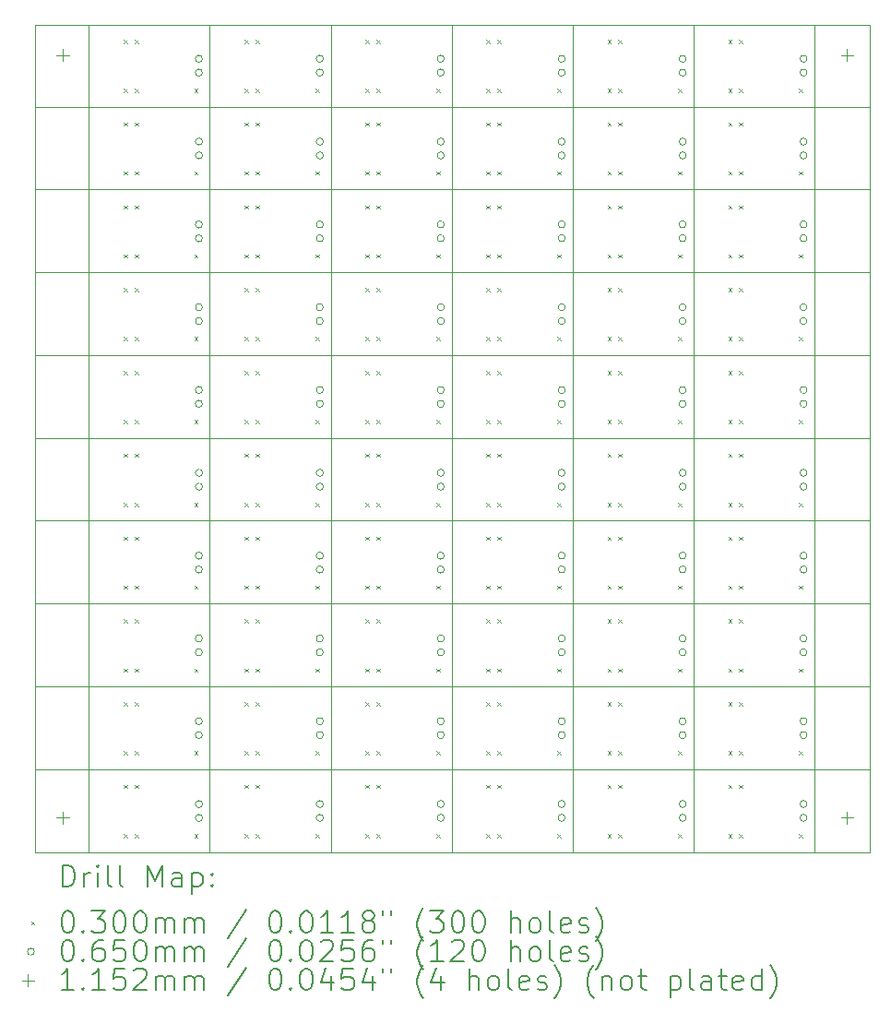
<source format=gbr>
%TF.GenerationSoftware,KiCad,Pcbnew,6.0.10-86aedd382b~118~ubuntu20.04.1*%
%TF.CreationDate,2023-01-07T17:55:32-08:00*%
%TF.ProjectId,coil_terminator_panelized,636f696c-5f74-4657-926d-696e61746f72,rev?*%
%TF.SameCoordinates,Original*%
%TF.FileFunction,Drillmap*%
%TF.FilePolarity,Positive*%
%FSLAX45Y45*%
G04 Gerber Fmt 4.5, Leading zero omitted, Abs format (unit mm)*
G04 Created by KiCad (PCBNEW 6.0.10-86aedd382b~118~ubuntu20.04.1) date 2023-01-07 17:55:32*
%MOMM*%
%LPD*%
G01*
G04 APERTURE LIST*
%ADD10C,0.100000*%
%ADD11C,0.200000*%
%ADD12C,0.030000*%
%ADD13C,0.065000*%
%ADD14C,0.115200*%
G04 APERTURE END LIST*
D10*
X10145000Y-18320000D02*
X10145000Y-10720000D01*
X17805000Y-18320000D02*
X10145000Y-18320000D01*
X16190000Y-10720000D02*
X16190000Y-18320000D01*
X10640000Y-10720000D02*
X10640000Y-18320000D01*
X10145000Y-16035000D02*
X17805000Y-16035000D01*
X17805000Y-10720000D02*
X17805000Y-18320000D01*
X12860000Y-10720000D02*
X12860000Y-18320000D01*
X10145000Y-10720000D02*
X17805000Y-10720000D01*
X15080000Y-10720000D02*
X15080000Y-18320000D01*
X10145000Y-15275000D02*
X17805000Y-15275000D01*
X10145000Y-17555000D02*
X17805000Y-17555000D01*
X10145000Y-11475000D02*
X17805000Y-11475000D01*
X11750000Y-10720000D02*
X11750000Y-18320000D01*
X10145000Y-13755000D02*
X17805000Y-13755000D01*
X10145000Y-16795000D02*
X17805000Y-16795000D01*
X10145000Y-14515000D02*
X17805000Y-14515000D01*
X13970000Y-10720000D02*
X13970000Y-18320000D01*
X10145000Y-12995000D02*
X17805000Y-12995000D01*
X17300000Y-10720000D02*
X17300000Y-18320000D01*
X10145000Y-12235000D02*
X17805000Y-12235000D01*
D11*
D12*
X10960000Y-10860000D02*
X10990000Y-10890000D01*
X10990000Y-10860000D02*
X10960000Y-10890000D01*
X10960000Y-11310000D02*
X10990000Y-11340000D01*
X10990000Y-11310000D02*
X10960000Y-11340000D01*
X10960000Y-11620000D02*
X10990000Y-11650000D01*
X10990000Y-11620000D02*
X10960000Y-11650000D01*
X10960000Y-12070000D02*
X10990000Y-12100000D01*
X10990000Y-12070000D02*
X10960000Y-12100000D01*
X10960000Y-12380000D02*
X10990000Y-12410000D01*
X10990000Y-12380000D02*
X10960000Y-12410000D01*
X10960000Y-12830000D02*
X10990000Y-12860000D01*
X10990000Y-12830000D02*
X10960000Y-12860000D01*
X10960000Y-13140000D02*
X10990000Y-13170000D01*
X10990000Y-13140000D02*
X10960000Y-13170000D01*
X10960000Y-13590000D02*
X10990000Y-13620000D01*
X10990000Y-13590000D02*
X10960000Y-13620000D01*
X10960000Y-13900000D02*
X10990000Y-13930000D01*
X10990000Y-13900000D02*
X10960000Y-13930000D01*
X10960000Y-14350000D02*
X10990000Y-14380000D01*
X10990000Y-14350000D02*
X10960000Y-14380000D01*
X10960000Y-14660000D02*
X10990000Y-14690000D01*
X10990000Y-14660000D02*
X10960000Y-14690000D01*
X10960000Y-15110000D02*
X10990000Y-15140000D01*
X10990000Y-15110000D02*
X10960000Y-15140000D01*
X10960000Y-15420000D02*
X10990000Y-15450000D01*
X10990000Y-15420000D02*
X10960000Y-15450000D01*
X10960000Y-15870000D02*
X10990000Y-15900000D01*
X10990000Y-15870000D02*
X10960000Y-15900000D01*
X10960000Y-16180000D02*
X10990000Y-16210000D01*
X10990000Y-16180000D02*
X10960000Y-16210000D01*
X10960000Y-16630000D02*
X10990000Y-16660000D01*
X10990000Y-16630000D02*
X10960000Y-16660000D01*
X10960000Y-16940000D02*
X10990000Y-16970000D01*
X10990000Y-16940000D02*
X10960000Y-16970000D01*
X10960000Y-17390000D02*
X10990000Y-17420000D01*
X10990000Y-17390000D02*
X10960000Y-17420000D01*
X10960000Y-17700000D02*
X10990000Y-17730000D01*
X10990000Y-17700000D02*
X10960000Y-17730000D01*
X10960000Y-18150000D02*
X10990000Y-18180000D01*
X10990000Y-18150000D02*
X10960000Y-18180000D01*
X11060000Y-10860000D02*
X11090000Y-10890000D01*
X11090000Y-10860000D02*
X11060000Y-10890000D01*
X11060000Y-11310000D02*
X11090000Y-11340000D01*
X11090000Y-11310000D02*
X11060000Y-11340000D01*
X11060000Y-11620000D02*
X11090000Y-11650000D01*
X11090000Y-11620000D02*
X11060000Y-11650000D01*
X11060000Y-12070000D02*
X11090000Y-12100000D01*
X11090000Y-12070000D02*
X11060000Y-12100000D01*
X11060000Y-12380000D02*
X11090000Y-12410000D01*
X11090000Y-12380000D02*
X11060000Y-12410000D01*
X11060000Y-12830000D02*
X11090000Y-12860000D01*
X11090000Y-12830000D02*
X11060000Y-12860000D01*
X11060000Y-13140000D02*
X11090000Y-13170000D01*
X11090000Y-13140000D02*
X11060000Y-13170000D01*
X11060000Y-13590000D02*
X11090000Y-13620000D01*
X11090000Y-13590000D02*
X11060000Y-13620000D01*
X11060000Y-13900000D02*
X11090000Y-13930000D01*
X11090000Y-13900000D02*
X11060000Y-13930000D01*
X11060000Y-14350000D02*
X11090000Y-14380000D01*
X11090000Y-14350000D02*
X11060000Y-14380000D01*
X11060000Y-14660000D02*
X11090000Y-14690000D01*
X11090000Y-14660000D02*
X11060000Y-14690000D01*
X11060000Y-15110000D02*
X11090000Y-15140000D01*
X11090000Y-15110000D02*
X11060000Y-15140000D01*
X11060000Y-15420000D02*
X11090000Y-15450000D01*
X11090000Y-15420000D02*
X11060000Y-15450000D01*
X11060000Y-15870000D02*
X11090000Y-15900000D01*
X11090000Y-15870000D02*
X11060000Y-15900000D01*
X11060000Y-16180000D02*
X11090000Y-16210000D01*
X11090000Y-16180000D02*
X11060000Y-16210000D01*
X11060000Y-16630000D02*
X11090000Y-16660000D01*
X11090000Y-16630000D02*
X11060000Y-16660000D01*
X11060000Y-16940000D02*
X11090000Y-16970000D01*
X11090000Y-16940000D02*
X11060000Y-16970000D01*
X11060000Y-17390000D02*
X11090000Y-17420000D01*
X11090000Y-17390000D02*
X11060000Y-17420000D01*
X11060000Y-17700000D02*
X11090000Y-17730000D01*
X11090000Y-17700000D02*
X11060000Y-17730000D01*
X11060000Y-18150000D02*
X11090000Y-18180000D01*
X11090000Y-18150000D02*
X11060000Y-18180000D01*
X11610000Y-11310000D02*
X11640000Y-11340000D01*
X11640000Y-11310000D02*
X11610000Y-11340000D01*
X11610000Y-12070000D02*
X11640000Y-12100000D01*
X11640000Y-12070000D02*
X11610000Y-12100000D01*
X11610000Y-12830000D02*
X11640000Y-12860000D01*
X11640000Y-12830000D02*
X11610000Y-12860000D01*
X11610000Y-13590000D02*
X11640000Y-13620000D01*
X11640000Y-13590000D02*
X11610000Y-13620000D01*
X11610000Y-14350000D02*
X11640000Y-14380000D01*
X11640000Y-14350000D02*
X11610000Y-14380000D01*
X11610000Y-15110000D02*
X11640000Y-15140000D01*
X11640000Y-15110000D02*
X11610000Y-15140000D01*
X11610000Y-15870000D02*
X11640000Y-15900000D01*
X11640000Y-15870000D02*
X11610000Y-15900000D01*
X11610000Y-16630000D02*
X11640000Y-16660000D01*
X11640000Y-16630000D02*
X11610000Y-16660000D01*
X11610000Y-17390000D02*
X11640000Y-17420000D01*
X11640000Y-17390000D02*
X11610000Y-17420000D01*
X11610000Y-18150000D02*
X11640000Y-18180000D01*
X11640000Y-18150000D02*
X11610000Y-18180000D01*
X12070000Y-10860000D02*
X12100000Y-10890000D01*
X12100000Y-10860000D02*
X12070000Y-10890000D01*
X12070000Y-11310000D02*
X12100000Y-11340000D01*
X12100000Y-11310000D02*
X12070000Y-11340000D01*
X12070000Y-11620000D02*
X12100000Y-11650000D01*
X12100000Y-11620000D02*
X12070000Y-11650000D01*
X12070000Y-12070000D02*
X12100000Y-12100000D01*
X12100000Y-12070000D02*
X12070000Y-12100000D01*
X12070000Y-12380000D02*
X12100000Y-12410000D01*
X12100000Y-12380000D02*
X12070000Y-12410000D01*
X12070000Y-12830000D02*
X12100000Y-12860000D01*
X12100000Y-12830000D02*
X12070000Y-12860000D01*
X12070000Y-13140000D02*
X12100000Y-13170000D01*
X12100000Y-13140000D02*
X12070000Y-13170000D01*
X12070000Y-13590000D02*
X12100000Y-13620000D01*
X12100000Y-13590000D02*
X12070000Y-13620000D01*
X12070000Y-13900000D02*
X12100000Y-13930000D01*
X12100000Y-13900000D02*
X12070000Y-13930000D01*
X12070000Y-14350000D02*
X12100000Y-14380000D01*
X12100000Y-14350000D02*
X12070000Y-14380000D01*
X12070000Y-14660000D02*
X12100000Y-14690000D01*
X12100000Y-14660000D02*
X12070000Y-14690000D01*
X12070000Y-15110000D02*
X12100000Y-15140000D01*
X12100000Y-15110000D02*
X12070000Y-15140000D01*
X12070000Y-15420000D02*
X12100000Y-15450000D01*
X12100000Y-15420000D02*
X12070000Y-15450000D01*
X12070000Y-15870000D02*
X12100000Y-15900000D01*
X12100000Y-15870000D02*
X12070000Y-15900000D01*
X12070000Y-16180000D02*
X12100000Y-16210000D01*
X12100000Y-16180000D02*
X12070000Y-16210000D01*
X12070000Y-16630000D02*
X12100000Y-16660000D01*
X12100000Y-16630000D02*
X12070000Y-16660000D01*
X12070000Y-16940000D02*
X12100000Y-16970000D01*
X12100000Y-16940000D02*
X12070000Y-16970000D01*
X12070000Y-17390000D02*
X12100000Y-17420000D01*
X12100000Y-17390000D02*
X12070000Y-17420000D01*
X12070000Y-17700000D02*
X12100000Y-17730000D01*
X12100000Y-17700000D02*
X12070000Y-17730000D01*
X12070000Y-18150000D02*
X12100000Y-18180000D01*
X12100000Y-18150000D02*
X12070000Y-18180000D01*
X12170000Y-10860000D02*
X12200000Y-10890000D01*
X12200000Y-10860000D02*
X12170000Y-10890000D01*
X12170000Y-11310000D02*
X12200000Y-11340000D01*
X12200000Y-11310000D02*
X12170000Y-11340000D01*
X12170000Y-11620000D02*
X12200000Y-11650000D01*
X12200000Y-11620000D02*
X12170000Y-11650000D01*
X12170000Y-12070000D02*
X12200000Y-12100000D01*
X12200000Y-12070000D02*
X12170000Y-12100000D01*
X12170000Y-12380000D02*
X12200000Y-12410000D01*
X12200000Y-12380000D02*
X12170000Y-12410000D01*
X12170000Y-12830000D02*
X12200000Y-12860000D01*
X12200000Y-12830000D02*
X12170000Y-12860000D01*
X12170000Y-13140000D02*
X12200000Y-13170000D01*
X12200000Y-13140000D02*
X12170000Y-13170000D01*
X12170000Y-13590000D02*
X12200000Y-13620000D01*
X12200000Y-13590000D02*
X12170000Y-13620000D01*
X12170000Y-13900000D02*
X12200000Y-13930000D01*
X12200000Y-13900000D02*
X12170000Y-13930000D01*
X12170000Y-14350000D02*
X12200000Y-14380000D01*
X12200000Y-14350000D02*
X12170000Y-14380000D01*
X12170000Y-14660000D02*
X12200000Y-14690000D01*
X12200000Y-14660000D02*
X12170000Y-14690000D01*
X12170000Y-15110000D02*
X12200000Y-15140000D01*
X12200000Y-15110000D02*
X12170000Y-15140000D01*
X12170000Y-15420000D02*
X12200000Y-15450000D01*
X12200000Y-15420000D02*
X12170000Y-15450000D01*
X12170000Y-15870000D02*
X12200000Y-15900000D01*
X12200000Y-15870000D02*
X12170000Y-15900000D01*
X12170000Y-16180000D02*
X12200000Y-16210000D01*
X12200000Y-16180000D02*
X12170000Y-16210000D01*
X12170000Y-16630000D02*
X12200000Y-16660000D01*
X12200000Y-16630000D02*
X12170000Y-16660000D01*
X12170000Y-16940000D02*
X12200000Y-16970000D01*
X12200000Y-16940000D02*
X12170000Y-16970000D01*
X12170000Y-17390000D02*
X12200000Y-17420000D01*
X12200000Y-17390000D02*
X12170000Y-17420000D01*
X12170000Y-17700000D02*
X12200000Y-17730000D01*
X12200000Y-17700000D02*
X12170000Y-17730000D01*
X12170000Y-18150000D02*
X12200000Y-18180000D01*
X12200000Y-18150000D02*
X12170000Y-18180000D01*
X12720000Y-11310000D02*
X12750000Y-11340000D01*
X12750000Y-11310000D02*
X12720000Y-11340000D01*
X12720000Y-12070000D02*
X12750000Y-12100000D01*
X12750000Y-12070000D02*
X12720000Y-12100000D01*
X12720000Y-12830000D02*
X12750000Y-12860000D01*
X12750000Y-12830000D02*
X12720000Y-12860000D01*
X12720000Y-13590000D02*
X12750000Y-13620000D01*
X12750000Y-13590000D02*
X12720000Y-13620000D01*
X12720000Y-14350000D02*
X12750000Y-14380000D01*
X12750000Y-14350000D02*
X12720000Y-14380000D01*
X12720000Y-15110000D02*
X12750000Y-15140000D01*
X12750000Y-15110000D02*
X12720000Y-15140000D01*
X12720000Y-15870000D02*
X12750000Y-15900000D01*
X12750000Y-15870000D02*
X12720000Y-15900000D01*
X12720000Y-16630000D02*
X12750000Y-16660000D01*
X12750000Y-16630000D02*
X12720000Y-16660000D01*
X12720000Y-17390000D02*
X12750000Y-17420000D01*
X12750000Y-17390000D02*
X12720000Y-17420000D01*
X12720000Y-18150000D02*
X12750000Y-18180000D01*
X12750000Y-18150000D02*
X12720000Y-18180000D01*
X13180000Y-10860000D02*
X13210000Y-10890000D01*
X13210000Y-10860000D02*
X13180000Y-10890000D01*
X13180000Y-11310000D02*
X13210000Y-11340000D01*
X13210000Y-11310000D02*
X13180000Y-11340000D01*
X13180000Y-11620000D02*
X13210000Y-11650000D01*
X13210000Y-11620000D02*
X13180000Y-11650000D01*
X13180000Y-12070000D02*
X13210000Y-12100000D01*
X13210000Y-12070000D02*
X13180000Y-12100000D01*
X13180000Y-12380000D02*
X13210000Y-12410000D01*
X13210000Y-12380000D02*
X13180000Y-12410000D01*
X13180000Y-12830000D02*
X13210000Y-12860000D01*
X13210000Y-12830000D02*
X13180000Y-12860000D01*
X13180000Y-13140000D02*
X13210000Y-13170000D01*
X13210000Y-13140000D02*
X13180000Y-13170000D01*
X13180000Y-13590000D02*
X13210000Y-13620000D01*
X13210000Y-13590000D02*
X13180000Y-13620000D01*
X13180000Y-13900000D02*
X13210000Y-13930000D01*
X13210000Y-13900000D02*
X13180000Y-13930000D01*
X13180000Y-14350000D02*
X13210000Y-14380000D01*
X13210000Y-14350000D02*
X13180000Y-14380000D01*
X13180000Y-14660000D02*
X13210000Y-14690000D01*
X13210000Y-14660000D02*
X13180000Y-14690000D01*
X13180000Y-15110000D02*
X13210000Y-15140000D01*
X13210000Y-15110000D02*
X13180000Y-15140000D01*
X13180000Y-15420000D02*
X13210000Y-15450000D01*
X13210000Y-15420000D02*
X13180000Y-15450000D01*
X13180000Y-15870000D02*
X13210000Y-15900000D01*
X13210000Y-15870000D02*
X13180000Y-15900000D01*
X13180000Y-16180000D02*
X13210000Y-16210000D01*
X13210000Y-16180000D02*
X13180000Y-16210000D01*
X13180000Y-16630000D02*
X13210000Y-16660000D01*
X13210000Y-16630000D02*
X13180000Y-16660000D01*
X13180000Y-16940000D02*
X13210000Y-16970000D01*
X13210000Y-16940000D02*
X13180000Y-16970000D01*
X13180000Y-17390000D02*
X13210000Y-17420000D01*
X13210000Y-17390000D02*
X13180000Y-17420000D01*
X13180000Y-17700000D02*
X13210000Y-17730000D01*
X13210000Y-17700000D02*
X13180000Y-17730000D01*
X13180000Y-18150000D02*
X13210000Y-18180000D01*
X13210000Y-18150000D02*
X13180000Y-18180000D01*
X13280000Y-10860000D02*
X13310000Y-10890000D01*
X13310000Y-10860000D02*
X13280000Y-10890000D01*
X13280000Y-11310000D02*
X13310000Y-11340000D01*
X13310000Y-11310000D02*
X13280000Y-11340000D01*
X13280000Y-11620000D02*
X13310000Y-11650000D01*
X13310000Y-11620000D02*
X13280000Y-11650000D01*
X13280000Y-12070000D02*
X13310000Y-12100000D01*
X13310000Y-12070000D02*
X13280000Y-12100000D01*
X13280000Y-12380000D02*
X13310000Y-12410000D01*
X13310000Y-12380000D02*
X13280000Y-12410000D01*
X13280000Y-12830000D02*
X13310000Y-12860000D01*
X13310000Y-12830000D02*
X13280000Y-12860000D01*
X13280000Y-13140000D02*
X13310000Y-13170000D01*
X13310000Y-13140000D02*
X13280000Y-13170000D01*
X13280000Y-13590000D02*
X13310000Y-13620000D01*
X13310000Y-13590000D02*
X13280000Y-13620000D01*
X13280000Y-13900000D02*
X13310000Y-13930000D01*
X13310000Y-13900000D02*
X13280000Y-13930000D01*
X13280000Y-14350000D02*
X13310000Y-14380000D01*
X13310000Y-14350000D02*
X13280000Y-14380000D01*
X13280000Y-14660000D02*
X13310000Y-14690000D01*
X13310000Y-14660000D02*
X13280000Y-14690000D01*
X13280000Y-15110000D02*
X13310000Y-15140000D01*
X13310000Y-15110000D02*
X13280000Y-15140000D01*
X13280000Y-15420000D02*
X13310000Y-15450000D01*
X13310000Y-15420000D02*
X13280000Y-15450000D01*
X13280000Y-15870000D02*
X13310000Y-15900000D01*
X13310000Y-15870000D02*
X13280000Y-15900000D01*
X13280000Y-16180000D02*
X13310000Y-16210000D01*
X13310000Y-16180000D02*
X13280000Y-16210000D01*
X13280000Y-16630000D02*
X13310000Y-16660000D01*
X13310000Y-16630000D02*
X13280000Y-16660000D01*
X13280000Y-16940000D02*
X13310000Y-16970000D01*
X13310000Y-16940000D02*
X13280000Y-16970000D01*
X13280000Y-17390000D02*
X13310000Y-17420000D01*
X13310000Y-17390000D02*
X13280000Y-17420000D01*
X13280000Y-17700000D02*
X13310000Y-17730000D01*
X13310000Y-17700000D02*
X13280000Y-17730000D01*
X13280000Y-18150000D02*
X13310000Y-18180000D01*
X13310000Y-18150000D02*
X13280000Y-18180000D01*
X13830000Y-11310000D02*
X13860000Y-11340000D01*
X13860000Y-11310000D02*
X13830000Y-11340000D01*
X13830000Y-12070000D02*
X13860000Y-12100000D01*
X13860000Y-12070000D02*
X13830000Y-12100000D01*
X13830000Y-12830000D02*
X13860000Y-12860000D01*
X13860000Y-12830000D02*
X13830000Y-12860000D01*
X13830000Y-13590000D02*
X13860000Y-13620000D01*
X13860000Y-13590000D02*
X13830000Y-13620000D01*
X13830000Y-14350000D02*
X13860000Y-14380000D01*
X13860000Y-14350000D02*
X13830000Y-14380000D01*
X13830000Y-15110000D02*
X13860000Y-15140000D01*
X13860000Y-15110000D02*
X13830000Y-15140000D01*
X13830000Y-15870000D02*
X13860000Y-15900000D01*
X13860000Y-15870000D02*
X13830000Y-15900000D01*
X13830000Y-16630000D02*
X13860000Y-16660000D01*
X13860000Y-16630000D02*
X13830000Y-16660000D01*
X13830000Y-17390000D02*
X13860000Y-17420000D01*
X13860000Y-17390000D02*
X13830000Y-17420000D01*
X13830000Y-18150000D02*
X13860000Y-18180000D01*
X13860000Y-18150000D02*
X13830000Y-18180000D01*
X14290000Y-10860000D02*
X14320000Y-10890000D01*
X14320000Y-10860000D02*
X14290000Y-10890000D01*
X14290000Y-11310000D02*
X14320000Y-11340000D01*
X14320000Y-11310000D02*
X14290000Y-11340000D01*
X14290000Y-11620000D02*
X14320000Y-11650000D01*
X14320000Y-11620000D02*
X14290000Y-11650000D01*
X14290000Y-12070000D02*
X14320000Y-12100000D01*
X14320000Y-12070000D02*
X14290000Y-12100000D01*
X14290000Y-12380000D02*
X14320000Y-12410000D01*
X14320000Y-12380000D02*
X14290000Y-12410000D01*
X14290000Y-12830000D02*
X14320000Y-12860000D01*
X14320000Y-12830000D02*
X14290000Y-12860000D01*
X14290000Y-13140000D02*
X14320000Y-13170000D01*
X14320000Y-13140000D02*
X14290000Y-13170000D01*
X14290000Y-13590000D02*
X14320000Y-13620000D01*
X14320000Y-13590000D02*
X14290000Y-13620000D01*
X14290000Y-13900000D02*
X14320000Y-13930000D01*
X14320000Y-13900000D02*
X14290000Y-13930000D01*
X14290000Y-14350000D02*
X14320000Y-14380000D01*
X14320000Y-14350000D02*
X14290000Y-14380000D01*
X14290000Y-14660000D02*
X14320000Y-14690000D01*
X14320000Y-14660000D02*
X14290000Y-14690000D01*
X14290000Y-15110000D02*
X14320000Y-15140000D01*
X14320000Y-15110000D02*
X14290000Y-15140000D01*
X14290000Y-15420000D02*
X14320000Y-15450000D01*
X14320000Y-15420000D02*
X14290000Y-15450000D01*
X14290000Y-15870000D02*
X14320000Y-15900000D01*
X14320000Y-15870000D02*
X14290000Y-15900000D01*
X14290000Y-16180000D02*
X14320000Y-16210000D01*
X14320000Y-16180000D02*
X14290000Y-16210000D01*
X14290000Y-16630000D02*
X14320000Y-16660000D01*
X14320000Y-16630000D02*
X14290000Y-16660000D01*
X14290000Y-16940000D02*
X14320000Y-16970000D01*
X14320000Y-16940000D02*
X14290000Y-16970000D01*
X14290000Y-17390000D02*
X14320000Y-17420000D01*
X14320000Y-17390000D02*
X14290000Y-17420000D01*
X14290000Y-17700000D02*
X14320000Y-17730000D01*
X14320000Y-17700000D02*
X14290000Y-17730000D01*
X14290000Y-18150000D02*
X14320000Y-18180000D01*
X14320000Y-18150000D02*
X14290000Y-18180000D01*
X14390000Y-10860000D02*
X14420000Y-10890000D01*
X14420000Y-10860000D02*
X14390000Y-10890000D01*
X14390000Y-11310000D02*
X14420000Y-11340000D01*
X14420000Y-11310000D02*
X14390000Y-11340000D01*
X14390000Y-11620000D02*
X14420000Y-11650000D01*
X14420000Y-11620000D02*
X14390000Y-11650000D01*
X14390000Y-12070000D02*
X14420000Y-12100000D01*
X14420000Y-12070000D02*
X14390000Y-12100000D01*
X14390000Y-12380000D02*
X14420000Y-12410000D01*
X14420000Y-12380000D02*
X14390000Y-12410000D01*
X14390000Y-12830000D02*
X14420000Y-12860000D01*
X14420000Y-12830000D02*
X14390000Y-12860000D01*
X14390000Y-13140000D02*
X14420000Y-13170000D01*
X14420000Y-13140000D02*
X14390000Y-13170000D01*
X14390000Y-13590000D02*
X14420000Y-13620000D01*
X14420000Y-13590000D02*
X14390000Y-13620000D01*
X14390000Y-13900000D02*
X14420000Y-13930000D01*
X14420000Y-13900000D02*
X14390000Y-13930000D01*
X14390000Y-14350000D02*
X14420000Y-14380000D01*
X14420000Y-14350000D02*
X14390000Y-14380000D01*
X14390000Y-14660000D02*
X14420000Y-14690000D01*
X14420000Y-14660000D02*
X14390000Y-14690000D01*
X14390000Y-15110000D02*
X14420000Y-15140000D01*
X14420000Y-15110000D02*
X14390000Y-15140000D01*
X14390000Y-15420000D02*
X14420000Y-15450000D01*
X14420000Y-15420000D02*
X14390000Y-15450000D01*
X14390000Y-15870000D02*
X14420000Y-15900000D01*
X14420000Y-15870000D02*
X14390000Y-15900000D01*
X14390000Y-16180000D02*
X14420000Y-16210000D01*
X14420000Y-16180000D02*
X14390000Y-16210000D01*
X14390000Y-16630000D02*
X14420000Y-16660000D01*
X14420000Y-16630000D02*
X14390000Y-16660000D01*
X14390000Y-16940000D02*
X14420000Y-16970000D01*
X14420000Y-16940000D02*
X14390000Y-16970000D01*
X14390000Y-17390000D02*
X14420000Y-17420000D01*
X14420000Y-17390000D02*
X14390000Y-17420000D01*
X14390000Y-17700000D02*
X14420000Y-17730000D01*
X14420000Y-17700000D02*
X14390000Y-17730000D01*
X14390000Y-18150000D02*
X14420000Y-18180000D01*
X14420000Y-18150000D02*
X14390000Y-18180000D01*
X14940000Y-11310000D02*
X14970000Y-11340000D01*
X14970000Y-11310000D02*
X14940000Y-11340000D01*
X14940000Y-12070000D02*
X14970000Y-12100000D01*
X14970000Y-12070000D02*
X14940000Y-12100000D01*
X14940000Y-12830000D02*
X14970000Y-12860000D01*
X14970000Y-12830000D02*
X14940000Y-12860000D01*
X14940000Y-13590000D02*
X14970000Y-13620000D01*
X14970000Y-13590000D02*
X14940000Y-13620000D01*
X14940000Y-14350000D02*
X14970000Y-14380000D01*
X14970000Y-14350000D02*
X14940000Y-14380000D01*
X14940000Y-15110000D02*
X14970000Y-15140000D01*
X14970000Y-15110000D02*
X14940000Y-15140000D01*
X14940000Y-15870000D02*
X14970000Y-15900000D01*
X14970000Y-15870000D02*
X14940000Y-15900000D01*
X14940000Y-16630000D02*
X14970000Y-16660000D01*
X14970000Y-16630000D02*
X14940000Y-16660000D01*
X14940000Y-17390000D02*
X14970000Y-17420000D01*
X14970000Y-17390000D02*
X14940000Y-17420000D01*
X14940000Y-18150000D02*
X14970000Y-18180000D01*
X14970000Y-18150000D02*
X14940000Y-18180000D01*
X15400000Y-10860000D02*
X15430000Y-10890000D01*
X15430000Y-10860000D02*
X15400000Y-10890000D01*
X15400000Y-11310000D02*
X15430000Y-11340000D01*
X15430000Y-11310000D02*
X15400000Y-11340000D01*
X15400000Y-11620000D02*
X15430000Y-11650000D01*
X15430000Y-11620000D02*
X15400000Y-11650000D01*
X15400000Y-12070000D02*
X15430000Y-12100000D01*
X15430000Y-12070000D02*
X15400000Y-12100000D01*
X15400000Y-12380000D02*
X15430000Y-12410000D01*
X15430000Y-12380000D02*
X15400000Y-12410000D01*
X15400000Y-12830000D02*
X15430000Y-12860000D01*
X15430000Y-12830000D02*
X15400000Y-12860000D01*
X15400000Y-13140000D02*
X15430000Y-13170000D01*
X15430000Y-13140000D02*
X15400000Y-13170000D01*
X15400000Y-13590000D02*
X15430000Y-13620000D01*
X15430000Y-13590000D02*
X15400000Y-13620000D01*
X15400000Y-13900000D02*
X15430000Y-13930000D01*
X15430000Y-13900000D02*
X15400000Y-13930000D01*
X15400000Y-14350000D02*
X15430000Y-14380000D01*
X15430000Y-14350000D02*
X15400000Y-14380000D01*
X15400000Y-14660000D02*
X15430000Y-14690000D01*
X15430000Y-14660000D02*
X15400000Y-14690000D01*
X15400000Y-15110000D02*
X15430000Y-15140000D01*
X15430000Y-15110000D02*
X15400000Y-15140000D01*
X15400000Y-15420000D02*
X15430000Y-15450000D01*
X15430000Y-15420000D02*
X15400000Y-15450000D01*
X15400000Y-15870000D02*
X15430000Y-15900000D01*
X15430000Y-15870000D02*
X15400000Y-15900000D01*
X15400000Y-16180000D02*
X15430000Y-16210000D01*
X15430000Y-16180000D02*
X15400000Y-16210000D01*
X15400000Y-16630000D02*
X15430000Y-16660000D01*
X15430000Y-16630000D02*
X15400000Y-16660000D01*
X15400000Y-16940000D02*
X15430000Y-16970000D01*
X15430000Y-16940000D02*
X15400000Y-16970000D01*
X15400000Y-17390000D02*
X15430000Y-17420000D01*
X15430000Y-17390000D02*
X15400000Y-17420000D01*
X15400000Y-17700000D02*
X15430000Y-17730000D01*
X15430000Y-17700000D02*
X15400000Y-17730000D01*
X15400000Y-18150000D02*
X15430000Y-18180000D01*
X15430000Y-18150000D02*
X15400000Y-18180000D01*
X15500000Y-10860000D02*
X15530000Y-10890000D01*
X15530000Y-10860000D02*
X15500000Y-10890000D01*
X15500000Y-11310000D02*
X15530000Y-11340000D01*
X15530000Y-11310000D02*
X15500000Y-11340000D01*
X15500000Y-11620000D02*
X15530000Y-11650000D01*
X15530000Y-11620000D02*
X15500000Y-11650000D01*
X15500000Y-12070000D02*
X15530000Y-12100000D01*
X15530000Y-12070000D02*
X15500000Y-12100000D01*
X15500000Y-12380000D02*
X15530000Y-12410000D01*
X15530000Y-12380000D02*
X15500000Y-12410000D01*
X15500000Y-12830000D02*
X15530000Y-12860000D01*
X15530000Y-12830000D02*
X15500000Y-12860000D01*
X15500000Y-13140000D02*
X15530000Y-13170000D01*
X15530000Y-13140000D02*
X15500000Y-13170000D01*
X15500000Y-13590000D02*
X15530000Y-13620000D01*
X15530000Y-13590000D02*
X15500000Y-13620000D01*
X15500000Y-13900000D02*
X15530000Y-13930000D01*
X15530000Y-13900000D02*
X15500000Y-13930000D01*
X15500000Y-14350000D02*
X15530000Y-14380000D01*
X15530000Y-14350000D02*
X15500000Y-14380000D01*
X15500000Y-14660000D02*
X15530000Y-14690000D01*
X15530000Y-14660000D02*
X15500000Y-14690000D01*
X15500000Y-15110000D02*
X15530000Y-15140000D01*
X15530000Y-15110000D02*
X15500000Y-15140000D01*
X15500000Y-15420000D02*
X15530000Y-15450000D01*
X15530000Y-15420000D02*
X15500000Y-15450000D01*
X15500000Y-15870000D02*
X15530000Y-15900000D01*
X15530000Y-15870000D02*
X15500000Y-15900000D01*
X15500000Y-16180000D02*
X15530000Y-16210000D01*
X15530000Y-16180000D02*
X15500000Y-16210000D01*
X15500000Y-16630000D02*
X15530000Y-16660000D01*
X15530000Y-16630000D02*
X15500000Y-16660000D01*
X15500000Y-16940000D02*
X15530000Y-16970000D01*
X15530000Y-16940000D02*
X15500000Y-16970000D01*
X15500000Y-17390000D02*
X15530000Y-17420000D01*
X15530000Y-17390000D02*
X15500000Y-17420000D01*
X15500000Y-17700000D02*
X15530000Y-17730000D01*
X15530000Y-17700000D02*
X15500000Y-17730000D01*
X15500000Y-18150000D02*
X15530000Y-18180000D01*
X15530000Y-18150000D02*
X15500000Y-18180000D01*
X16050000Y-11310000D02*
X16080000Y-11340000D01*
X16080000Y-11310000D02*
X16050000Y-11340000D01*
X16050000Y-12070000D02*
X16080000Y-12100000D01*
X16080000Y-12070000D02*
X16050000Y-12100000D01*
X16050000Y-12830000D02*
X16080000Y-12860000D01*
X16080000Y-12830000D02*
X16050000Y-12860000D01*
X16050000Y-13590000D02*
X16080000Y-13620000D01*
X16080000Y-13590000D02*
X16050000Y-13620000D01*
X16050000Y-14350000D02*
X16080000Y-14380000D01*
X16080000Y-14350000D02*
X16050000Y-14380000D01*
X16050000Y-15110000D02*
X16080000Y-15140000D01*
X16080000Y-15110000D02*
X16050000Y-15140000D01*
X16050000Y-15870000D02*
X16080000Y-15900000D01*
X16080000Y-15870000D02*
X16050000Y-15900000D01*
X16050000Y-16630000D02*
X16080000Y-16660000D01*
X16080000Y-16630000D02*
X16050000Y-16660000D01*
X16050000Y-17390000D02*
X16080000Y-17420000D01*
X16080000Y-17390000D02*
X16050000Y-17420000D01*
X16050000Y-18150000D02*
X16080000Y-18180000D01*
X16080000Y-18150000D02*
X16050000Y-18180000D01*
X16510000Y-10860000D02*
X16540000Y-10890000D01*
X16540000Y-10860000D02*
X16510000Y-10890000D01*
X16510000Y-11310000D02*
X16540000Y-11340000D01*
X16540000Y-11310000D02*
X16510000Y-11340000D01*
X16510000Y-11620000D02*
X16540000Y-11650000D01*
X16540000Y-11620000D02*
X16510000Y-11650000D01*
X16510000Y-12070000D02*
X16540000Y-12100000D01*
X16540000Y-12070000D02*
X16510000Y-12100000D01*
X16510000Y-12380000D02*
X16540000Y-12410000D01*
X16540000Y-12380000D02*
X16510000Y-12410000D01*
X16510000Y-12830000D02*
X16540000Y-12860000D01*
X16540000Y-12830000D02*
X16510000Y-12860000D01*
X16510000Y-13140000D02*
X16540000Y-13170000D01*
X16540000Y-13140000D02*
X16510000Y-13170000D01*
X16510000Y-13590000D02*
X16540000Y-13620000D01*
X16540000Y-13590000D02*
X16510000Y-13620000D01*
X16510000Y-13900000D02*
X16540000Y-13930000D01*
X16540000Y-13900000D02*
X16510000Y-13930000D01*
X16510000Y-14350000D02*
X16540000Y-14380000D01*
X16540000Y-14350000D02*
X16510000Y-14380000D01*
X16510000Y-14660000D02*
X16540000Y-14690000D01*
X16540000Y-14660000D02*
X16510000Y-14690000D01*
X16510000Y-15110000D02*
X16540000Y-15140000D01*
X16540000Y-15110000D02*
X16510000Y-15140000D01*
X16510000Y-15420000D02*
X16540000Y-15450000D01*
X16540000Y-15420000D02*
X16510000Y-15450000D01*
X16510000Y-15870000D02*
X16540000Y-15900000D01*
X16540000Y-15870000D02*
X16510000Y-15900000D01*
X16510000Y-16180000D02*
X16540000Y-16210000D01*
X16540000Y-16180000D02*
X16510000Y-16210000D01*
X16510000Y-16630000D02*
X16540000Y-16660000D01*
X16540000Y-16630000D02*
X16510000Y-16660000D01*
X16510000Y-16940000D02*
X16540000Y-16970000D01*
X16540000Y-16940000D02*
X16510000Y-16970000D01*
X16510000Y-17390000D02*
X16540000Y-17420000D01*
X16540000Y-17390000D02*
X16510000Y-17420000D01*
X16510000Y-17700000D02*
X16540000Y-17730000D01*
X16540000Y-17700000D02*
X16510000Y-17730000D01*
X16510000Y-18150000D02*
X16540000Y-18180000D01*
X16540000Y-18150000D02*
X16510000Y-18180000D01*
X16610000Y-10860000D02*
X16640000Y-10890000D01*
X16640000Y-10860000D02*
X16610000Y-10890000D01*
X16610000Y-11310000D02*
X16640000Y-11340000D01*
X16640000Y-11310000D02*
X16610000Y-11340000D01*
X16610000Y-11620000D02*
X16640000Y-11650000D01*
X16640000Y-11620000D02*
X16610000Y-11650000D01*
X16610000Y-12070000D02*
X16640000Y-12100000D01*
X16640000Y-12070000D02*
X16610000Y-12100000D01*
X16610000Y-12380000D02*
X16640000Y-12410000D01*
X16640000Y-12380000D02*
X16610000Y-12410000D01*
X16610000Y-12830000D02*
X16640000Y-12860000D01*
X16640000Y-12830000D02*
X16610000Y-12860000D01*
X16610000Y-13140000D02*
X16640000Y-13170000D01*
X16640000Y-13140000D02*
X16610000Y-13170000D01*
X16610000Y-13590000D02*
X16640000Y-13620000D01*
X16640000Y-13590000D02*
X16610000Y-13620000D01*
X16610000Y-13900000D02*
X16640000Y-13930000D01*
X16640000Y-13900000D02*
X16610000Y-13930000D01*
X16610000Y-14350000D02*
X16640000Y-14380000D01*
X16640000Y-14350000D02*
X16610000Y-14380000D01*
X16610000Y-14660000D02*
X16640000Y-14690000D01*
X16640000Y-14660000D02*
X16610000Y-14690000D01*
X16610000Y-15110000D02*
X16640000Y-15140000D01*
X16640000Y-15110000D02*
X16610000Y-15140000D01*
X16610000Y-15420000D02*
X16640000Y-15450000D01*
X16640000Y-15420000D02*
X16610000Y-15450000D01*
X16610000Y-15870000D02*
X16640000Y-15900000D01*
X16640000Y-15870000D02*
X16610000Y-15900000D01*
X16610000Y-16180000D02*
X16640000Y-16210000D01*
X16640000Y-16180000D02*
X16610000Y-16210000D01*
X16610000Y-16630000D02*
X16640000Y-16660000D01*
X16640000Y-16630000D02*
X16610000Y-16660000D01*
X16610000Y-16940000D02*
X16640000Y-16970000D01*
X16640000Y-16940000D02*
X16610000Y-16970000D01*
X16610000Y-17390000D02*
X16640000Y-17420000D01*
X16640000Y-17390000D02*
X16610000Y-17420000D01*
X16610000Y-17700000D02*
X16640000Y-17730000D01*
X16640000Y-17700000D02*
X16610000Y-17730000D01*
X16610000Y-18150000D02*
X16640000Y-18180000D01*
X16640000Y-18150000D02*
X16610000Y-18180000D01*
X17160000Y-11310000D02*
X17190000Y-11340000D01*
X17190000Y-11310000D02*
X17160000Y-11340000D01*
X17160000Y-12070000D02*
X17190000Y-12100000D01*
X17190000Y-12070000D02*
X17160000Y-12100000D01*
X17160000Y-12830000D02*
X17190000Y-12860000D01*
X17190000Y-12830000D02*
X17160000Y-12860000D01*
X17160000Y-13590000D02*
X17190000Y-13620000D01*
X17190000Y-13590000D02*
X17160000Y-13620000D01*
X17160000Y-14350000D02*
X17190000Y-14380000D01*
X17190000Y-14350000D02*
X17160000Y-14380000D01*
X17160000Y-15110000D02*
X17190000Y-15140000D01*
X17190000Y-15110000D02*
X17160000Y-15140000D01*
X17160000Y-15870000D02*
X17190000Y-15900000D01*
X17190000Y-15870000D02*
X17160000Y-15900000D01*
X17160000Y-16630000D02*
X17190000Y-16660000D01*
X17190000Y-16630000D02*
X17160000Y-16660000D01*
X17160000Y-17390000D02*
X17190000Y-17420000D01*
X17190000Y-17390000D02*
X17160000Y-17420000D01*
X17160000Y-18150000D02*
X17190000Y-18180000D01*
X17190000Y-18150000D02*
X17160000Y-18180000D01*
D13*
X11682500Y-11035000D02*
G75*
G03*
X11682500Y-11035000I-32500J0D01*
G01*
X11682500Y-11162000D02*
G75*
G03*
X11682500Y-11162000I-32500J0D01*
G01*
X11682500Y-11795000D02*
G75*
G03*
X11682500Y-11795000I-32500J0D01*
G01*
X11682500Y-11922000D02*
G75*
G03*
X11682500Y-11922000I-32500J0D01*
G01*
X11682500Y-12555000D02*
G75*
G03*
X11682500Y-12555000I-32500J0D01*
G01*
X11682500Y-12682000D02*
G75*
G03*
X11682500Y-12682000I-32500J0D01*
G01*
X11682500Y-13315000D02*
G75*
G03*
X11682500Y-13315000I-32500J0D01*
G01*
X11682500Y-13442000D02*
G75*
G03*
X11682500Y-13442000I-32500J0D01*
G01*
X11682500Y-14075000D02*
G75*
G03*
X11682500Y-14075000I-32500J0D01*
G01*
X11682500Y-14202000D02*
G75*
G03*
X11682500Y-14202000I-32500J0D01*
G01*
X11682500Y-14835000D02*
G75*
G03*
X11682500Y-14835000I-32500J0D01*
G01*
X11682500Y-14962000D02*
G75*
G03*
X11682500Y-14962000I-32500J0D01*
G01*
X11682500Y-15595000D02*
G75*
G03*
X11682500Y-15595000I-32500J0D01*
G01*
X11682500Y-15722000D02*
G75*
G03*
X11682500Y-15722000I-32500J0D01*
G01*
X11682500Y-16355000D02*
G75*
G03*
X11682500Y-16355000I-32500J0D01*
G01*
X11682500Y-16482000D02*
G75*
G03*
X11682500Y-16482000I-32500J0D01*
G01*
X11682500Y-17115000D02*
G75*
G03*
X11682500Y-17115000I-32500J0D01*
G01*
X11682500Y-17242000D02*
G75*
G03*
X11682500Y-17242000I-32500J0D01*
G01*
X11682500Y-17875000D02*
G75*
G03*
X11682500Y-17875000I-32500J0D01*
G01*
X11682500Y-18002000D02*
G75*
G03*
X11682500Y-18002000I-32500J0D01*
G01*
X12792500Y-11035000D02*
G75*
G03*
X12792500Y-11035000I-32500J0D01*
G01*
X12792500Y-11162000D02*
G75*
G03*
X12792500Y-11162000I-32500J0D01*
G01*
X12792500Y-11795000D02*
G75*
G03*
X12792500Y-11795000I-32500J0D01*
G01*
X12792500Y-11922000D02*
G75*
G03*
X12792500Y-11922000I-32500J0D01*
G01*
X12792500Y-12555000D02*
G75*
G03*
X12792500Y-12555000I-32500J0D01*
G01*
X12792500Y-12682000D02*
G75*
G03*
X12792500Y-12682000I-32500J0D01*
G01*
X12792500Y-13315000D02*
G75*
G03*
X12792500Y-13315000I-32500J0D01*
G01*
X12792500Y-13442000D02*
G75*
G03*
X12792500Y-13442000I-32500J0D01*
G01*
X12792500Y-14075000D02*
G75*
G03*
X12792500Y-14075000I-32500J0D01*
G01*
X12792500Y-14202000D02*
G75*
G03*
X12792500Y-14202000I-32500J0D01*
G01*
X12792500Y-14835000D02*
G75*
G03*
X12792500Y-14835000I-32500J0D01*
G01*
X12792500Y-14962000D02*
G75*
G03*
X12792500Y-14962000I-32500J0D01*
G01*
X12792500Y-15595000D02*
G75*
G03*
X12792500Y-15595000I-32500J0D01*
G01*
X12792500Y-15722000D02*
G75*
G03*
X12792500Y-15722000I-32500J0D01*
G01*
X12792500Y-16355000D02*
G75*
G03*
X12792500Y-16355000I-32500J0D01*
G01*
X12792500Y-16482000D02*
G75*
G03*
X12792500Y-16482000I-32500J0D01*
G01*
X12792500Y-17115000D02*
G75*
G03*
X12792500Y-17115000I-32500J0D01*
G01*
X12792500Y-17242000D02*
G75*
G03*
X12792500Y-17242000I-32500J0D01*
G01*
X12792500Y-17875000D02*
G75*
G03*
X12792500Y-17875000I-32500J0D01*
G01*
X12792500Y-18002000D02*
G75*
G03*
X12792500Y-18002000I-32500J0D01*
G01*
X13902500Y-11035000D02*
G75*
G03*
X13902500Y-11035000I-32500J0D01*
G01*
X13902500Y-11162000D02*
G75*
G03*
X13902500Y-11162000I-32500J0D01*
G01*
X13902500Y-11795000D02*
G75*
G03*
X13902500Y-11795000I-32500J0D01*
G01*
X13902500Y-11922000D02*
G75*
G03*
X13902500Y-11922000I-32500J0D01*
G01*
X13902500Y-12555000D02*
G75*
G03*
X13902500Y-12555000I-32500J0D01*
G01*
X13902500Y-12682000D02*
G75*
G03*
X13902500Y-12682000I-32500J0D01*
G01*
X13902500Y-13315000D02*
G75*
G03*
X13902500Y-13315000I-32500J0D01*
G01*
X13902500Y-13442000D02*
G75*
G03*
X13902500Y-13442000I-32500J0D01*
G01*
X13902500Y-14075000D02*
G75*
G03*
X13902500Y-14075000I-32500J0D01*
G01*
X13902500Y-14202000D02*
G75*
G03*
X13902500Y-14202000I-32500J0D01*
G01*
X13902500Y-14835000D02*
G75*
G03*
X13902500Y-14835000I-32500J0D01*
G01*
X13902500Y-14962000D02*
G75*
G03*
X13902500Y-14962000I-32500J0D01*
G01*
X13902500Y-15595000D02*
G75*
G03*
X13902500Y-15595000I-32500J0D01*
G01*
X13902500Y-15722000D02*
G75*
G03*
X13902500Y-15722000I-32500J0D01*
G01*
X13902500Y-16355000D02*
G75*
G03*
X13902500Y-16355000I-32500J0D01*
G01*
X13902500Y-16482000D02*
G75*
G03*
X13902500Y-16482000I-32500J0D01*
G01*
X13902500Y-17115000D02*
G75*
G03*
X13902500Y-17115000I-32500J0D01*
G01*
X13902500Y-17242000D02*
G75*
G03*
X13902500Y-17242000I-32500J0D01*
G01*
X13902500Y-17875000D02*
G75*
G03*
X13902500Y-17875000I-32500J0D01*
G01*
X13902500Y-18002000D02*
G75*
G03*
X13902500Y-18002000I-32500J0D01*
G01*
X15012500Y-11035000D02*
G75*
G03*
X15012500Y-11035000I-32500J0D01*
G01*
X15012500Y-11162000D02*
G75*
G03*
X15012500Y-11162000I-32500J0D01*
G01*
X15012500Y-11795000D02*
G75*
G03*
X15012500Y-11795000I-32500J0D01*
G01*
X15012500Y-11922000D02*
G75*
G03*
X15012500Y-11922000I-32500J0D01*
G01*
X15012500Y-12555000D02*
G75*
G03*
X15012500Y-12555000I-32500J0D01*
G01*
X15012500Y-12682000D02*
G75*
G03*
X15012500Y-12682000I-32500J0D01*
G01*
X15012500Y-13315000D02*
G75*
G03*
X15012500Y-13315000I-32500J0D01*
G01*
X15012500Y-13442000D02*
G75*
G03*
X15012500Y-13442000I-32500J0D01*
G01*
X15012500Y-14075000D02*
G75*
G03*
X15012500Y-14075000I-32500J0D01*
G01*
X15012500Y-14202000D02*
G75*
G03*
X15012500Y-14202000I-32500J0D01*
G01*
X15012500Y-14835000D02*
G75*
G03*
X15012500Y-14835000I-32500J0D01*
G01*
X15012500Y-14962000D02*
G75*
G03*
X15012500Y-14962000I-32500J0D01*
G01*
X15012500Y-15595000D02*
G75*
G03*
X15012500Y-15595000I-32500J0D01*
G01*
X15012500Y-15722000D02*
G75*
G03*
X15012500Y-15722000I-32500J0D01*
G01*
X15012500Y-16355000D02*
G75*
G03*
X15012500Y-16355000I-32500J0D01*
G01*
X15012500Y-16482000D02*
G75*
G03*
X15012500Y-16482000I-32500J0D01*
G01*
X15012500Y-17115000D02*
G75*
G03*
X15012500Y-17115000I-32500J0D01*
G01*
X15012500Y-17242000D02*
G75*
G03*
X15012500Y-17242000I-32500J0D01*
G01*
X15012500Y-17875000D02*
G75*
G03*
X15012500Y-17875000I-32500J0D01*
G01*
X15012500Y-18002000D02*
G75*
G03*
X15012500Y-18002000I-32500J0D01*
G01*
X16122500Y-11035000D02*
G75*
G03*
X16122500Y-11035000I-32500J0D01*
G01*
X16122500Y-11162000D02*
G75*
G03*
X16122500Y-11162000I-32500J0D01*
G01*
X16122500Y-11795000D02*
G75*
G03*
X16122500Y-11795000I-32500J0D01*
G01*
X16122500Y-11922000D02*
G75*
G03*
X16122500Y-11922000I-32500J0D01*
G01*
X16122500Y-12555000D02*
G75*
G03*
X16122500Y-12555000I-32500J0D01*
G01*
X16122500Y-12682000D02*
G75*
G03*
X16122500Y-12682000I-32500J0D01*
G01*
X16122500Y-13315000D02*
G75*
G03*
X16122500Y-13315000I-32500J0D01*
G01*
X16122500Y-13442000D02*
G75*
G03*
X16122500Y-13442000I-32500J0D01*
G01*
X16122500Y-14075000D02*
G75*
G03*
X16122500Y-14075000I-32500J0D01*
G01*
X16122500Y-14202000D02*
G75*
G03*
X16122500Y-14202000I-32500J0D01*
G01*
X16122500Y-14835000D02*
G75*
G03*
X16122500Y-14835000I-32500J0D01*
G01*
X16122500Y-14962000D02*
G75*
G03*
X16122500Y-14962000I-32500J0D01*
G01*
X16122500Y-15595000D02*
G75*
G03*
X16122500Y-15595000I-32500J0D01*
G01*
X16122500Y-15722000D02*
G75*
G03*
X16122500Y-15722000I-32500J0D01*
G01*
X16122500Y-16355000D02*
G75*
G03*
X16122500Y-16355000I-32500J0D01*
G01*
X16122500Y-16482000D02*
G75*
G03*
X16122500Y-16482000I-32500J0D01*
G01*
X16122500Y-17115000D02*
G75*
G03*
X16122500Y-17115000I-32500J0D01*
G01*
X16122500Y-17242000D02*
G75*
G03*
X16122500Y-17242000I-32500J0D01*
G01*
X16122500Y-17875000D02*
G75*
G03*
X16122500Y-17875000I-32500J0D01*
G01*
X16122500Y-18002000D02*
G75*
G03*
X16122500Y-18002000I-32500J0D01*
G01*
X17232500Y-11035000D02*
G75*
G03*
X17232500Y-11035000I-32500J0D01*
G01*
X17232500Y-11162000D02*
G75*
G03*
X17232500Y-11162000I-32500J0D01*
G01*
X17232500Y-11795000D02*
G75*
G03*
X17232500Y-11795000I-32500J0D01*
G01*
X17232500Y-11922000D02*
G75*
G03*
X17232500Y-11922000I-32500J0D01*
G01*
X17232500Y-12555000D02*
G75*
G03*
X17232500Y-12555000I-32500J0D01*
G01*
X17232500Y-12682000D02*
G75*
G03*
X17232500Y-12682000I-32500J0D01*
G01*
X17232500Y-13315000D02*
G75*
G03*
X17232500Y-13315000I-32500J0D01*
G01*
X17232500Y-13442000D02*
G75*
G03*
X17232500Y-13442000I-32500J0D01*
G01*
X17232500Y-14075000D02*
G75*
G03*
X17232500Y-14075000I-32500J0D01*
G01*
X17232500Y-14202000D02*
G75*
G03*
X17232500Y-14202000I-32500J0D01*
G01*
X17232500Y-14835000D02*
G75*
G03*
X17232500Y-14835000I-32500J0D01*
G01*
X17232500Y-14962000D02*
G75*
G03*
X17232500Y-14962000I-32500J0D01*
G01*
X17232500Y-15595000D02*
G75*
G03*
X17232500Y-15595000I-32500J0D01*
G01*
X17232500Y-15722000D02*
G75*
G03*
X17232500Y-15722000I-32500J0D01*
G01*
X17232500Y-16355000D02*
G75*
G03*
X17232500Y-16355000I-32500J0D01*
G01*
X17232500Y-16482000D02*
G75*
G03*
X17232500Y-16482000I-32500J0D01*
G01*
X17232500Y-17115000D02*
G75*
G03*
X17232500Y-17115000I-32500J0D01*
G01*
X17232500Y-17242000D02*
G75*
G03*
X17232500Y-17242000I-32500J0D01*
G01*
X17232500Y-17875000D02*
G75*
G03*
X17232500Y-17875000I-32500J0D01*
G01*
X17232500Y-18002000D02*
G75*
G03*
X17232500Y-18002000I-32500J0D01*
G01*
D14*
X10400000Y-10942400D02*
X10400000Y-11057600D01*
X10342400Y-11000000D02*
X10457600Y-11000000D01*
X10400000Y-17942400D02*
X10400000Y-18057600D01*
X10342400Y-18000000D02*
X10457600Y-18000000D01*
X17600000Y-10942400D02*
X17600000Y-11057600D01*
X17542400Y-11000000D02*
X17657600Y-11000000D01*
X17600000Y-17942400D02*
X17600000Y-18057600D01*
X17542400Y-18000000D02*
X17657600Y-18000000D01*
D11*
X10397619Y-18635476D02*
X10397619Y-18435476D01*
X10445238Y-18435476D01*
X10473810Y-18445000D01*
X10492857Y-18464048D01*
X10502381Y-18483095D01*
X10511905Y-18521190D01*
X10511905Y-18549762D01*
X10502381Y-18587857D01*
X10492857Y-18606905D01*
X10473810Y-18625952D01*
X10445238Y-18635476D01*
X10397619Y-18635476D01*
X10597619Y-18635476D02*
X10597619Y-18502143D01*
X10597619Y-18540238D02*
X10607143Y-18521190D01*
X10616667Y-18511667D01*
X10635714Y-18502143D01*
X10654762Y-18502143D01*
X10721429Y-18635476D02*
X10721429Y-18502143D01*
X10721429Y-18435476D02*
X10711905Y-18445000D01*
X10721429Y-18454524D01*
X10730952Y-18445000D01*
X10721429Y-18435476D01*
X10721429Y-18454524D01*
X10845238Y-18635476D02*
X10826190Y-18625952D01*
X10816667Y-18606905D01*
X10816667Y-18435476D01*
X10950000Y-18635476D02*
X10930952Y-18625952D01*
X10921429Y-18606905D01*
X10921429Y-18435476D01*
X11178571Y-18635476D02*
X11178571Y-18435476D01*
X11245238Y-18578333D01*
X11311905Y-18435476D01*
X11311905Y-18635476D01*
X11492857Y-18635476D02*
X11492857Y-18530714D01*
X11483333Y-18511667D01*
X11464286Y-18502143D01*
X11426190Y-18502143D01*
X11407143Y-18511667D01*
X11492857Y-18625952D02*
X11473809Y-18635476D01*
X11426190Y-18635476D01*
X11407143Y-18625952D01*
X11397619Y-18606905D01*
X11397619Y-18587857D01*
X11407143Y-18568810D01*
X11426190Y-18559286D01*
X11473809Y-18559286D01*
X11492857Y-18549762D01*
X11588095Y-18502143D02*
X11588095Y-18702143D01*
X11588095Y-18511667D02*
X11607143Y-18502143D01*
X11645238Y-18502143D01*
X11664286Y-18511667D01*
X11673809Y-18521190D01*
X11683333Y-18540238D01*
X11683333Y-18597381D01*
X11673809Y-18616429D01*
X11664286Y-18625952D01*
X11645238Y-18635476D01*
X11607143Y-18635476D01*
X11588095Y-18625952D01*
X11769048Y-18616429D02*
X11778571Y-18625952D01*
X11769048Y-18635476D01*
X11759524Y-18625952D01*
X11769048Y-18616429D01*
X11769048Y-18635476D01*
X11769048Y-18511667D02*
X11778571Y-18521190D01*
X11769048Y-18530714D01*
X11759524Y-18521190D01*
X11769048Y-18511667D01*
X11769048Y-18530714D01*
D12*
X10110000Y-18950000D02*
X10140000Y-18980000D01*
X10140000Y-18950000D02*
X10110000Y-18980000D01*
D11*
X10435714Y-18855476D02*
X10454762Y-18855476D01*
X10473810Y-18865000D01*
X10483333Y-18874524D01*
X10492857Y-18893571D01*
X10502381Y-18931667D01*
X10502381Y-18979286D01*
X10492857Y-19017381D01*
X10483333Y-19036429D01*
X10473810Y-19045952D01*
X10454762Y-19055476D01*
X10435714Y-19055476D01*
X10416667Y-19045952D01*
X10407143Y-19036429D01*
X10397619Y-19017381D01*
X10388095Y-18979286D01*
X10388095Y-18931667D01*
X10397619Y-18893571D01*
X10407143Y-18874524D01*
X10416667Y-18865000D01*
X10435714Y-18855476D01*
X10588095Y-19036429D02*
X10597619Y-19045952D01*
X10588095Y-19055476D01*
X10578571Y-19045952D01*
X10588095Y-19036429D01*
X10588095Y-19055476D01*
X10664286Y-18855476D02*
X10788095Y-18855476D01*
X10721429Y-18931667D01*
X10750000Y-18931667D01*
X10769048Y-18941190D01*
X10778571Y-18950714D01*
X10788095Y-18969762D01*
X10788095Y-19017381D01*
X10778571Y-19036429D01*
X10769048Y-19045952D01*
X10750000Y-19055476D01*
X10692857Y-19055476D01*
X10673810Y-19045952D01*
X10664286Y-19036429D01*
X10911905Y-18855476D02*
X10930952Y-18855476D01*
X10950000Y-18865000D01*
X10959524Y-18874524D01*
X10969048Y-18893571D01*
X10978571Y-18931667D01*
X10978571Y-18979286D01*
X10969048Y-19017381D01*
X10959524Y-19036429D01*
X10950000Y-19045952D01*
X10930952Y-19055476D01*
X10911905Y-19055476D01*
X10892857Y-19045952D01*
X10883333Y-19036429D01*
X10873810Y-19017381D01*
X10864286Y-18979286D01*
X10864286Y-18931667D01*
X10873810Y-18893571D01*
X10883333Y-18874524D01*
X10892857Y-18865000D01*
X10911905Y-18855476D01*
X11102381Y-18855476D02*
X11121429Y-18855476D01*
X11140476Y-18865000D01*
X11150000Y-18874524D01*
X11159524Y-18893571D01*
X11169048Y-18931667D01*
X11169048Y-18979286D01*
X11159524Y-19017381D01*
X11150000Y-19036429D01*
X11140476Y-19045952D01*
X11121429Y-19055476D01*
X11102381Y-19055476D01*
X11083333Y-19045952D01*
X11073810Y-19036429D01*
X11064286Y-19017381D01*
X11054762Y-18979286D01*
X11054762Y-18931667D01*
X11064286Y-18893571D01*
X11073810Y-18874524D01*
X11083333Y-18865000D01*
X11102381Y-18855476D01*
X11254762Y-19055476D02*
X11254762Y-18922143D01*
X11254762Y-18941190D02*
X11264286Y-18931667D01*
X11283333Y-18922143D01*
X11311905Y-18922143D01*
X11330952Y-18931667D01*
X11340476Y-18950714D01*
X11340476Y-19055476D01*
X11340476Y-18950714D02*
X11350000Y-18931667D01*
X11369048Y-18922143D01*
X11397619Y-18922143D01*
X11416667Y-18931667D01*
X11426190Y-18950714D01*
X11426190Y-19055476D01*
X11521428Y-19055476D02*
X11521428Y-18922143D01*
X11521428Y-18941190D02*
X11530952Y-18931667D01*
X11550000Y-18922143D01*
X11578571Y-18922143D01*
X11597619Y-18931667D01*
X11607143Y-18950714D01*
X11607143Y-19055476D01*
X11607143Y-18950714D02*
X11616667Y-18931667D01*
X11635714Y-18922143D01*
X11664286Y-18922143D01*
X11683333Y-18931667D01*
X11692857Y-18950714D01*
X11692857Y-19055476D01*
X12083333Y-18845952D02*
X11911905Y-19103095D01*
X12340476Y-18855476D02*
X12359524Y-18855476D01*
X12378571Y-18865000D01*
X12388095Y-18874524D01*
X12397619Y-18893571D01*
X12407143Y-18931667D01*
X12407143Y-18979286D01*
X12397619Y-19017381D01*
X12388095Y-19036429D01*
X12378571Y-19045952D01*
X12359524Y-19055476D01*
X12340476Y-19055476D01*
X12321428Y-19045952D01*
X12311905Y-19036429D01*
X12302381Y-19017381D01*
X12292857Y-18979286D01*
X12292857Y-18931667D01*
X12302381Y-18893571D01*
X12311905Y-18874524D01*
X12321428Y-18865000D01*
X12340476Y-18855476D01*
X12492857Y-19036429D02*
X12502381Y-19045952D01*
X12492857Y-19055476D01*
X12483333Y-19045952D01*
X12492857Y-19036429D01*
X12492857Y-19055476D01*
X12626190Y-18855476D02*
X12645238Y-18855476D01*
X12664286Y-18865000D01*
X12673809Y-18874524D01*
X12683333Y-18893571D01*
X12692857Y-18931667D01*
X12692857Y-18979286D01*
X12683333Y-19017381D01*
X12673809Y-19036429D01*
X12664286Y-19045952D01*
X12645238Y-19055476D01*
X12626190Y-19055476D01*
X12607143Y-19045952D01*
X12597619Y-19036429D01*
X12588095Y-19017381D01*
X12578571Y-18979286D01*
X12578571Y-18931667D01*
X12588095Y-18893571D01*
X12597619Y-18874524D01*
X12607143Y-18865000D01*
X12626190Y-18855476D01*
X12883333Y-19055476D02*
X12769048Y-19055476D01*
X12826190Y-19055476D02*
X12826190Y-18855476D01*
X12807143Y-18884048D01*
X12788095Y-18903095D01*
X12769048Y-18912619D01*
X13073809Y-19055476D02*
X12959524Y-19055476D01*
X13016667Y-19055476D02*
X13016667Y-18855476D01*
X12997619Y-18884048D01*
X12978571Y-18903095D01*
X12959524Y-18912619D01*
X13188095Y-18941190D02*
X13169048Y-18931667D01*
X13159524Y-18922143D01*
X13150000Y-18903095D01*
X13150000Y-18893571D01*
X13159524Y-18874524D01*
X13169048Y-18865000D01*
X13188095Y-18855476D01*
X13226190Y-18855476D01*
X13245238Y-18865000D01*
X13254762Y-18874524D01*
X13264286Y-18893571D01*
X13264286Y-18903095D01*
X13254762Y-18922143D01*
X13245238Y-18931667D01*
X13226190Y-18941190D01*
X13188095Y-18941190D01*
X13169048Y-18950714D01*
X13159524Y-18960238D01*
X13150000Y-18979286D01*
X13150000Y-19017381D01*
X13159524Y-19036429D01*
X13169048Y-19045952D01*
X13188095Y-19055476D01*
X13226190Y-19055476D01*
X13245238Y-19045952D01*
X13254762Y-19036429D01*
X13264286Y-19017381D01*
X13264286Y-18979286D01*
X13254762Y-18960238D01*
X13245238Y-18950714D01*
X13226190Y-18941190D01*
X13340476Y-18855476D02*
X13340476Y-18893571D01*
X13416667Y-18855476D02*
X13416667Y-18893571D01*
X13711905Y-19131667D02*
X13702381Y-19122143D01*
X13683333Y-19093571D01*
X13673809Y-19074524D01*
X13664286Y-19045952D01*
X13654762Y-18998333D01*
X13654762Y-18960238D01*
X13664286Y-18912619D01*
X13673809Y-18884048D01*
X13683333Y-18865000D01*
X13702381Y-18836429D01*
X13711905Y-18826905D01*
X13769048Y-18855476D02*
X13892857Y-18855476D01*
X13826190Y-18931667D01*
X13854762Y-18931667D01*
X13873809Y-18941190D01*
X13883333Y-18950714D01*
X13892857Y-18969762D01*
X13892857Y-19017381D01*
X13883333Y-19036429D01*
X13873809Y-19045952D01*
X13854762Y-19055476D01*
X13797619Y-19055476D01*
X13778571Y-19045952D01*
X13769048Y-19036429D01*
X14016667Y-18855476D02*
X14035714Y-18855476D01*
X14054762Y-18865000D01*
X14064286Y-18874524D01*
X14073809Y-18893571D01*
X14083333Y-18931667D01*
X14083333Y-18979286D01*
X14073809Y-19017381D01*
X14064286Y-19036429D01*
X14054762Y-19045952D01*
X14035714Y-19055476D01*
X14016667Y-19055476D01*
X13997619Y-19045952D01*
X13988095Y-19036429D01*
X13978571Y-19017381D01*
X13969048Y-18979286D01*
X13969048Y-18931667D01*
X13978571Y-18893571D01*
X13988095Y-18874524D01*
X13997619Y-18865000D01*
X14016667Y-18855476D01*
X14207143Y-18855476D02*
X14226190Y-18855476D01*
X14245238Y-18865000D01*
X14254762Y-18874524D01*
X14264286Y-18893571D01*
X14273809Y-18931667D01*
X14273809Y-18979286D01*
X14264286Y-19017381D01*
X14254762Y-19036429D01*
X14245238Y-19045952D01*
X14226190Y-19055476D01*
X14207143Y-19055476D01*
X14188095Y-19045952D01*
X14178571Y-19036429D01*
X14169048Y-19017381D01*
X14159524Y-18979286D01*
X14159524Y-18931667D01*
X14169048Y-18893571D01*
X14178571Y-18874524D01*
X14188095Y-18865000D01*
X14207143Y-18855476D01*
X14511905Y-19055476D02*
X14511905Y-18855476D01*
X14597619Y-19055476D02*
X14597619Y-18950714D01*
X14588095Y-18931667D01*
X14569048Y-18922143D01*
X14540476Y-18922143D01*
X14521428Y-18931667D01*
X14511905Y-18941190D01*
X14721428Y-19055476D02*
X14702381Y-19045952D01*
X14692857Y-19036429D01*
X14683333Y-19017381D01*
X14683333Y-18960238D01*
X14692857Y-18941190D01*
X14702381Y-18931667D01*
X14721428Y-18922143D01*
X14750000Y-18922143D01*
X14769048Y-18931667D01*
X14778571Y-18941190D01*
X14788095Y-18960238D01*
X14788095Y-19017381D01*
X14778571Y-19036429D01*
X14769048Y-19045952D01*
X14750000Y-19055476D01*
X14721428Y-19055476D01*
X14902381Y-19055476D02*
X14883333Y-19045952D01*
X14873809Y-19026905D01*
X14873809Y-18855476D01*
X15054762Y-19045952D02*
X15035714Y-19055476D01*
X14997619Y-19055476D01*
X14978571Y-19045952D01*
X14969048Y-19026905D01*
X14969048Y-18950714D01*
X14978571Y-18931667D01*
X14997619Y-18922143D01*
X15035714Y-18922143D01*
X15054762Y-18931667D01*
X15064286Y-18950714D01*
X15064286Y-18969762D01*
X14969048Y-18988810D01*
X15140476Y-19045952D02*
X15159524Y-19055476D01*
X15197619Y-19055476D01*
X15216667Y-19045952D01*
X15226190Y-19026905D01*
X15226190Y-19017381D01*
X15216667Y-18998333D01*
X15197619Y-18988810D01*
X15169048Y-18988810D01*
X15150000Y-18979286D01*
X15140476Y-18960238D01*
X15140476Y-18950714D01*
X15150000Y-18931667D01*
X15169048Y-18922143D01*
X15197619Y-18922143D01*
X15216667Y-18931667D01*
X15292857Y-19131667D02*
X15302381Y-19122143D01*
X15321428Y-19093571D01*
X15330952Y-19074524D01*
X15340476Y-19045952D01*
X15350000Y-18998333D01*
X15350000Y-18960238D01*
X15340476Y-18912619D01*
X15330952Y-18884048D01*
X15321428Y-18865000D01*
X15302381Y-18836429D01*
X15292857Y-18826905D01*
D13*
X10140000Y-19229000D02*
G75*
G03*
X10140000Y-19229000I-32500J0D01*
G01*
D11*
X10435714Y-19119476D02*
X10454762Y-19119476D01*
X10473810Y-19129000D01*
X10483333Y-19138524D01*
X10492857Y-19157571D01*
X10502381Y-19195667D01*
X10502381Y-19243286D01*
X10492857Y-19281381D01*
X10483333Y-19300429D01*
X10473810Y-19309952D01*
X10454762Y-19319476D01*
X10435714Y-19319476D01*
X10416667Y-19309952D01*
X10407143Y-19300429D01*
X10397619Y-19281381D01*
X10388095Y-19243286D01*
X10388095Y-19195667D01*
X10397619Y-19157571D01*
X10407143Y-19138524D01*
X10416667Y-19129000D01*
X10435714Y-19119476D01*
X10588095Y-19300429D02*
X10597619Y-19309952D01*
X10588095Y-19319476D01*
X10578571Y-19309952D01*
X10588095Y-19300429D01*
X10588095Y-19319476D01*
X10769048Y-19119476D02*
X10730952Y-19119476D01*
X10711905Y-19129000D01*
X10702381Y-19138524D01*
X10683333Y-19167095D01*
X10673810Y-19205190D01*
X10673810Y-19281381D01*
X10683333Y-19300429D01*
X10692857Y-19309952D01*
X10711905Y-19319476D01*
X10750000Y-19319476D01*
X10769048Y-19309952D01*
X10778571Y-19300429D01*
X10788095Y-19281381D01*
X10788095Y-19233762D01*
X10778571Y-19214714D01*
X10769048Y-19205190D01*
X10750000Y-19195667D01*
X10711905Y-19195667D01*
X10692857Y-19205190D01*
X10683333Y-19214714D01*
X10673810Y-19233762D01*
X10969048Y-19119476D02*
X10873810Y-19119476D01*
X10864286Y-19214714D01*
X10873810Y-19205190D01*
X10892857Y-19195667D01*
X10940476Y-19195667D01*
X10959524Y-19205190D01*
X10969048Y-19214714D01*
X10978571Y-19233762D01*
X10978571Y-19281381D01*
X10969048Y-19300429D01*
X10959524Y-19309952D01*
X10940476Y-19319476D01*
X10892857Y-19319476D01*
X10873810Y-19309952D01*
X10864286Y-19300429D01*
X11102381Y-19119476D02*
X11121429Y-19119476D01*
X11140476Y-19129000D01*
X11150000Y-19138524D01*
X11159524Y-19157571D01*
X11169048Y-19195667D01*
X11169048Y-19243286D01*
X11159524Y-19281381D01*
X11150000Y-19300429D01*
X11140476Y-19309952D01*
X11121429Y-19319476D01*
X11102381Y-19319476D01*
X11083333Y-19309952D01*
X11073810Y-19300429D01*
X11064286Y-19281381D01*
X11054762Y-19243286D01*
X11054762Y-19195667D01*
X11064286Y-19157571D01*
X11073810Y-19138524D01*
X11083333Y-19129000D01*
X11102381Y-19119476D01*
X11254762Y-19319476D02*
X11254762Y-19186143D01*
X11254762Y-19205190D02*
X11264286Y-19195667D01*
X11283333Y-19186143D01*
X11311905Y-19186143D01*
X11330952Y-19195667D01*
X11340476Y-19214714D01*
X11340476Y-19319476D01*
X11340476Y-19214714D02*
X11350000Y-19195667D01*
X11369048Y-19186143D01*
X11397619Y-19186143D01*
X11416667Y-19195667D01*
X11426190Y-19214714D01*
X11426190Y-19319476D01*
X11521428Y-19319476D02*
X11521428Y-19186143D01*
X11521428Y-19205190D02*
X11530952Y-19195667D01*
X11550000Y-19186143D01*
X11578571Y-19186143D01*
X11597619Y-19195667D01*
X11607143Y-19214714D01*
X11607143Y-19319476D01*
X11607143Y-19214714D02*
X11616667Y-19195667D01*
X11635714Y-19186143D01*
X11664286Y-19186143D01*
X11683333Y-19195667D01*
X11692857Y-19214714D01*
X11692857Y-19319476D01*
X12083333Y-19109952D02*
X11911905Y-19367095D01*
X12340476Y-19119476D02*
X12359524Y-19119476D01*
X12378571Y-19129000D01*
X12388095Y-19138524D01*
X12397619Y-19157571D01*
X12407143Y-19195667D01*
X12407143Y-19243286D01*
X12397619Y-19281381D01*
X12388095Y-19300429D01*
X12378571Y-19309952D01*
X12359524Y-19319476D01*
X12340476Y-19319476D01*
X12321428Y-19309952D01*
X12311905Y-19300429D01*
X12302381Y-19281381D01*
X12292857Y-19243286D01*
X12292857Y-19195667D01*
X12302381Y-19157571D01*
X12311905Y-19138524D01*
X12321428Y-19129000D01*
X12340476Y-19119476D01*
X12492857Y-19300429D02*
X12502381Y-19309952D01*
X12492857Y-19319476D01*
X12483333Y-19309952D01*
X12492857Y-19300429D01*
X12492857Y-19319476D01*
X12626190Y-19119476D02*
X12645238Y-19119476D01*
X12664286Y-19129000D01*
X12673809Y-19138524D01*
X12683333Y-19157571D01*
X12692857Y-19195667D01*
X12692857Y-19243286D01*
X12683333Y-19281381D01*
X12673809Y-19300429D01*
X12664286Y-19309952D01*
X12645238Y-19319476D01*
X12626190Y-19319476D01*
X12607143Y-19309952D01*
X12597619Y-19300429D01*
X12588095Y-19281381D01*
X12578571Y-19243286D01*
X12578571Y-19195667D01*
X12588095Y-19157571D01*
X12597619Y-19138524D01*
X12607143Y-19129000D01*
X12626190Y-19119476D01*
X12769048Y-19138524D02*
X12778571Y-19129000D01*
X12797619Y-19119476D01*
X12845238Y-19119476D01*
X12864286Y-19129000D01*
X12873809Y-19138524D01*
X12883333Y-19157571D01*
X12883333Y-19176619D01*
X12873809Y-19205190D01*
X12759524Y-19319476D01*
X12883333Y-19319476D01*
X13064286Y-19119476D02*
X12969048Y-19119476D01*
X12959524Y-19214714D01*
X12969048Y-19205190D01*
X12988095Y-19195667D01*
X13035714Y-19195667D01*
X13054762Y-19205190D01*
X13064286Y-19214714D01*
X13073809Y-19233762D01*
X13073809Y-19281381D01*
X13064286Y-19300429D01*
X13054762Y-19309952D01*
X13035714Y-19319476D01*
X12988095Y-19319476D01*
X12969048Y-19309952D01*
X12959524Y-19300429D01*
X13245238Y-19119476D02*
X13207143Y-19119476D01*
X13188095Y-19129000D01*
X13178571Y-19138524D01*
X13159524Y-19167095D01*
X13150000Y-19205190D01*
X13150000Y-19281381D01*
X13159524Y-19300429D01*
X13169048Y-19309952D01*
X13188095Y-19319476D01*
X13226190Y-19319476D01*
X13245238Y-19309952D01*
X13254762Y-19300429D01*
X13264286Y-19281381D01*
X13264286Y-19233762D01*
X13254762Y-19214714D01*
X13245238Y-19205190D01*
X13226190Y-19195667D01*
X13188095Y-19195667D01*
X13169048Y-19205190D01*
X13159524Y-19214714D01*
X13150000Y-19233762D01*
X13340476Y-19119476D02*
X13340476Y-19157571D01*
X13416667Y-19119476D02*
X13416667Y-19157571D01*
X13711905Y-19395667D02*
X13702381Y-19386143D01*
X13683333Y-19357571D01*
X13673809Y-19338524D01*
X13664286Y-19309952D01*
X13654762Y-19262333D01*
X13654762Y-19224238D01*
X13664286Y-19176619D01*
X13673809Y-19148048D01*
X13683333Y-19129000D01*
X13702381Y-19100429D01*
X13711905Y-19090905D01*
X13892857Y-19319476D02*
X13778571Y-19319476D01*
X13835714Y-19319476D02*
X13835714Y-19119476D01*
X13816667Y-19148048D01*
X13797619Y-19167095D01*
X13778571Y-19176619D01*
X13969048Y-19138524D02*
X13978571Y-19129000D01*
X13997619Y-19119476D01*
X14045238Y-19119476D01*
X14064286Y-19129000D01*
X14073809Y-19138524D01*
X14083333Y-19157571D01*
X14083333Y-19176619D01*
X14073809Y-19205190D01*
X13959524Y-19319476D01*
X14083333Y-19319476D01*
X14207143Y-19119476D02*
X14226190Y-19119476D01*
X14245238Y-19129000D01*
X14254762Y-19138524D01*
X14264286Y-19157571D01*
X14273809Y-19195667D01*
X14273809Y-19243286D01*
X14264286Y-19281381D01*
X14254762Y-19300429D01*
X14245238Y-19309952D01*
X14226190Y-19319476D01*
X14207143Y-19319476D01*
X14188095Y-19309952D01*
X14178571Y-19300429D01*
X14169048Y-19281381D01*
X14159524Y-19243286D01*
X14159524Y-19195667D01*
X14169048Y-19157571D01*
X14178571Y-19138524D01*
X14188095Y-19129000D01*
X14207143Y-19119476D01*
X14511905Y-19319476D02*
X14511905Y-19119476D01*
X14597619Y-19319476D02*
X14597619Y-19214714D01*
X14588095Y-19195667D01*
X14569048Y-19186143D01*
X14540476Y-19186143D01*
X14521428Y-19195667D01*
X14511905Y-19205190D01*
X14721428Y-19319476D02*
X14702381Y-19309952D01*
X14692857Y-19300429D01*
X14683333Y-19281381D01*
X14683333Y-19224238D01*
X14692857Y-19205190D01*
X14702381Y-19195667D01*
X14721428Y-19186143D01*
X14750000Y-19186143D01*
X14769048Y-19195667D01*
X14778571Y-19205190D01*
X14788095Y-19224238D01*
X14788095Y-19281381D01*
X14778571Y-19300429D01*
X14769048Y-19309952D01*
X14750000Y-19319476D01*
X14721428Y-19319476D01*
X14902381Y-19319476D02*
X14883333Y-19309952D01*
X14873809Y-19290905D01*
X14873809Y-19119476D01*
X15054762Y-19309952D02*
X15035714Y-19319476D01*
X14997619Y-19319476D01*
X14978571Y-19309952D01*
X14969048Y-19290905D01*
X14969048Y-19214714D01*
X14978571Y-19195667D01*
X14997619Y-19186143D01*
X15035714Y-19186143D01*
X15054762Y-19195667D01*
X15064286Y-19214714D01*
X15064286Y-19233762D01*
X14969048Y-19252810D01*
X15140476Y-19309952D02*
X15159524Y-19319476D01*
X15197619Y-19319476D01*
X15216667Y-19309952D01*
X15226190Y-19290905D01*
X15226190Y-19281381D01*
X15216667Y-19262333D01*
X15197619Y-19252810D01*
X15169048Y-19252810D01*
X15150000Y-19243286D01*
X15140476Y-19224238D01*
X15140476Y-19214714D01*
X15150000Y-19195667D01*
X15169048Y-19186143D01*
X15197619Y-19186143D01*
X15216667Y-19195667D01*
X15292857Y-19395667D02*
X15302381Y-19386143D01*
X15321428Y-19357571D01*
X15330952Y-19338524D01*
X15340476Y-19309952D01*
X15350000Y-19262333D01*
X15350000Y-19224238D01*
X15340476Y-19176619D01*
X15330952Y-19148048D01*
X15321428Y-19129000D01*
X15302381Y-19100429D01*
X15292857Y-19090905D01*
D14*
X10082400Y-19435400D02*
X10082400Y-19550600D01*
X10024800Y-19493000D02*
X10140000Y-19493000D01*
D11*
X10502381Y-19583476D02*
X10388095Y-19583476D01*
X10445238Y-19583476D02*
X10445238Y-19383476D01*
X10426190Y-19412048D01*
X10407143Y-19431095D01*
X10388095Y-19440619D01*
X10588095Y-19564429D02*
X10597619Y-19573952D01*
X10588095Y-19583476D01*
X10578571Y-19573952D01*
X10588095Y-19564429D01*
X10588095Y-19583476D01*
X10788095Y-19583476D02*
X10673810Y-19583476D01*
X10730952Y-19583476D02*
X10730952Y-19383476D01*
X10711905Y-19412048D01*
X10692857Y-19431095D01*
X10673810Y-19440619D01*
X10969048Y-19383476D02*
X10873810Y-19383476D01*
X10864286Y-19478714D01*
X10873810Y-19469190D01*
X10892857Y-19459667D01*
X10940476Y-19459667D01*
X10959524Y-19469190D01*
X10969048Y-19478714D01*
X10978571Y-19497762D01*
X10978571Y-19545381D01*
X10969048Y-19564429D01*
X10959524Y-19573952D01*
X10940476Y-19583476D01*
X10892857Y-19583476D01*
X10873810Y-19573952D01*
X10864286Y-19564429D01*
X11054762Y-19402524D02*
X11064286Y-19393000D01*
X11083333Y-19383476D01*
X11130952Y-19383476D01*
X11150000Y-19393000D01*
X11159524Y-19402524D01*
X11169048Y-19421571D01*
X11169048Y-19440619D01*
X11159524Y-19469190D01*
X11045238Y-19583476D01*
X11169048Y-19583476D01*
X11254762Y-19583476D02*
X11254762Y-19450143D01*
X11254762Y-19469190D02*
X11264286Y-19459667D01*
X11283333Y-19450143D01*
X11311905Y-19450143D01*
X11330952Y-19459667D01*
X11340476Y-19478714D01*
X11340476Y-19583476D01*
X11340476Y-19478714D02*
X11350000Y-19459667D01*
X11369048Y-19450143D01*
X11397619Y-19450143D01*
X11416667Y-19459667D01*
X11426190Y-19478714D01*
X11426190Y-19583476D01*
X11521428Y-19583476D02*
X11521428Y-19450143D01*
X11521428Y-19469190D02*
X11530952Y-19459667D01*
X11550000Y-19450143D01*
X11578571Y-19450143D01*
X11597619Y-19459667D01*
X11607143Y-19478714D01*
X11607143Y-19583476D01*
X11607143Y-19478714D02*
X11616667Y-19459667D01*
X11635714Y-19450143D01*
X11664286Y-19450143D01*
X11683333Y-19459667D01*
X11692857Y-19478714D01*
X11692857Y-19583476D01*
X12083333Y-19373952D02*
X11911905Y-19631095D01*
X12340476Y-19383476D02*
X12359524Y-19383476D01*
X12378571Y-19393000D01*
X12388095Y-19402524D01*
X12397619Y-19421571D01*
X12407143Y-19459667D01*
X12407143Y-19507286D01*
X12397619Y-19545381D01*
X12388095Y-19564429D01*
X12378571Y-19573952D01*
X12359524Y-19583476D01*
X12340476Y-19583476D01*
X12321428Y-19573952D01*
X12311905Y-19564429D01*
X12302381Y-19545381D01*
X12292857Y-19507286D01*
X12292857Y-19459667D01*
X12302381Y-19421571D01*
X12311905Y-19402524D01*
X12321428Y-19393000D01*
X12340476Y-19383476D01*
X12492857Y-19564429D02*
X12502381Y-19573952D01*
X12492857Y-19583476D01*
X12483333Y-19573952D01*
X12492857Y-19564429D01*
X12492857Y-19583476D01*
X12626190Y-19383476D02*
X12645238Y-19383476D01*
X12664286Y-19393000D01*
X12673809Y-19402524D01*
X12683333Y-19421571D01*
X12692857Y-19459667D01*
X12692857Y-19507286D01*
X12683333Y-19545381D01*
X12673809Y-19564429D01*
X12664286Y-19573952D01*
X12645238Y-19583476D01*
X12626190Y-19583476D01*
X12607143Y-19573952D01*
X12597619Y-19564429D01*
X12588095Y-19545381D01*
X12578571Y-19507286D01*
X12578571Y-19459667D01*
X12588095Y-19421571D01*
X12597619Y-19402524D01*
X12607143Y-19393000D01*
X12626190Y-19383476D01*
X12864286Y-19450143D02*
X12864286Y-19583476D01*
X12816667Y-19373952D02*
X12769048Y-19516810D01*
X12892857Y-19516810D01*
X13064286Y-19383476D02*
X12969048Y-19383476D01*
X12959524Y-19478714D01*
X12969048Y-19469190D01*
X12988095Y-19459667D01*
X13035714Y-19459667D01*
X13054762Y-19469190D01*
X13064286Y-19478714D01*
X13073809Y-19497762D01*
X13073809Y-19545381D01*
X13064286Y-19564429D01*
X13054762Y-19573952D01*
X13035714Y-19583476D01*
X12988095Y-19583476D01*
X12969048Y-19573952D01*
X12959524Y-19564429D01*
X13245238Y-19450143D02*
X13245238Y-19583476D01*
X13197619Y-19373952D02*
X13150000Y-19516810D01*
X13273809Y-19516810D01*
X13340476Y-19383476D02*
X13340476Y-19421571D01*
X13416667Y-19383476D02*
X13416667Y-19421571D01*
X13711905Y-19659667D02*
X13702381Y-19650143D01*
X13683333Y-19621571D01*
X13673809Y-19602524D01*
X13664286Y-19573952D01*
X13654762Y-19526333D01*
X13654762Y-19488238D01*
X13664286Y-19440619D01*
X13673809Y-19412048D01*
X13683333Y-19393000D01*
X13702381Y-19364429D01*
X13711905Y-19354905D01*
X13873809Y-19450143D02*
X13873809Y-19583476D01*
X13826190Y-19373952D02*
X13778571Y-19516810D01*
X13902381Y-19516810D01*
X14130952Y-19583476D02*
X14130952Y-19383476D01*
X14216667Y-19583476D02*
X14216667Y-19478714D01*
X14207143Y-19459667D01*
X14188095Y-19450143D01*
X14159524Y-19450143D01*
X14140476Y-19459667D01*
X14130952Y-19469190D01*
X14340476Y-19583476D02*
X14321428Y-19573952D01*
X14311905Y-19564429D01*
X14302381Y-19545381D01*
X14302381Y-19488238D01*
X14311905Y-19469190D01*
X14321428Y-19459667D01*
X14340476Y-19450143D01*
X14369048Y-19450143D01*
X14388095Y-19459667D01*
X14397619Y-19469190D01*
X14407143Y-19488238D01*
X14407143Y-19545381D01*
X14397619Y-19564429D01*
X14388095Y-19573952D01*
X14369048Y-19583476D01*
X14340476Y-19583476D01*
X14521428Y-19583476D02*
X14502381Y-19573952D01*
X14492857Y-19554905D01*
X14492857Y-19383476D01*
X14673809Y-19573952D02*
X14654762Y-19583476D01*
X14616667Y-19583476D01*
X14597619Y-19573952D01*
X14588095Y-19554905D01*
X14588095Y-19478714D01*
X14597619Y-19459667D01*
X14616667Y-19450143D01*
X14654762Y-19450143D01*
X14673809Y-19459667D01*
X14683333Y-19478714D01*
X14683333Y-19497762D01*
X14588095Y-19516810D01*
X14759524Y-19573952D02*
X14778571Y-19583476D01*
X14816667Y-19583476D01*
X14835714Y-19573952D01*
X14845238Y-19554905D01*
X14845238Y-19545381D01*
X14835714Y-19526333D01*
X14816667Y-19516810D01*
X14788095Y-19516810D01*
X14769048Y-19507286D01*
X14759524Y-19488238D01*
X14759524Y-19478714D01*
X14769048Y-19459667D01*
X14788095Y-19450143D01*
X14816667Y-19450143D01*
X14835714Y-19459667D01*
X14911905Y-19659667D02*
X14921428Y-19650143D01*
X14940476Y-19621571D01*
X14950000Y-19602524D01*
X14959524Y-19573952D01*
X14969048Y-19526333D01*
X14969048Y-19488238D01*
X14959524Y-19440619D01*
X14950000Y-19412048D01*
X14940476Y-19393000D01*
X14921428Y-19364429D01*
X14911905Y-19354905D01*
X15273809Y-19659667D02*
X15264286Y-19650143D01*
X15245238Y-19621571D01*
X15235714Y-19602524D01*
X15226190Y-19573952D01*
X15216667Y-19526333D01*
X15216667Y-19488238D01*
X15226190Y-19440619D01*
X15235714Y-19412048D01*
X15245238Y-19393000D01*
X15264286Y-19364429D01*
X15273809Y-19354905D01*
X15350000Y-19450143D02*
X15350000Y-19583476D01*
X15350000Y-19469190D02*
X15359524Y-19459667D01*
X15378571Y-19450143D01*
X15407143Y-19450143D01*
X15426190Y-19459667D01*
X15435714Y-19478714D01*
X15435714Y-19583476D01*
X15559524Y-19583476D02*
X15540476Y-19573952D01*
X15530952Y-19564429D01*
X15521428Y-19545381D01*
X15521428Y-19488238D01*
X15530952Y-19469190D01*
X15540476Y-19459667D01*
X15559524Y-19450143D01*
X15588095Y-19450143D01*
X15607143Y-19459667D01*
X15616667Y-19469190D01*
X15626190Y-19488238D01*
X15626190Y-19545381D01*
X15616667Y-19564429D01*
X15607143Y-19573952D01*
X15588095Y-19583476D01*
X15559524Y-19583476D01*
X15683333Y-19450143D02*
X15759524Y-19450143D01*
X15711905Y-19383476D02*
X15711905Y-19554905D01*
X15721428Y-19573952D01*
X15740476Y-19583476D01*
X15759524Y-19583476D01*
X15978571Y-19450143D02*
X15978571Y-19650143D01*
X15978571Y-19459667D02*
X15997619Y-19450143D01*
X16035714Y-19450143D01*
X16054762Y-19459667D01*
X16064286Y-19469190D01*
X16073809Y-19488238D01*
X16073809Y-19545381D01*
X16064286Y-19564429D01*
X16054762Y-19573952D01*
X16035714Y-19583476D01*
X15997619Y-19583476D01*
X15978571Y-19573952D01*
X16188095Y-19583476D02*
X16169048Y-19573952D01*
X16159524Y-19554905D01*
X16159524Y-19383476D01*
X16350000Y-19583476D02*
X16350000Y-19478714D01*
X16340476Y-19459667D01*
X16321428Y-19450143D01*
X16283333Y-19450143D01*
X16264286Y-19459667D01*
X16350000Y-19573952D02*
X16330952Y-19583476D01*
X16283333Y-19583476D01*
X16264286Y-19573952D01*
X16254762Y-19554905D01*
X16254762Y-19535857D01*
X16264286Y-19516810D01*
X16283333Y-19507286D01*
X16330952Y-19507286D01*
X16350000Y-19497762D01*
X16416667Y-19450143D02*
X16492857Y-19450143D01*
X16445238Y-19383476D02*
X16445238Y-19554905D01*
X16454762Y-19573952D01*
X16473809Y-19583476D01*
X16492857Y-19583476D01*
X16635714Y-19573952D02*
X16616667Y-19583476D01*
X16578571Y-19583476D01*
X16559524Y-19573952D01*
X16550000Y-19554905D01*
X16550000Y-19478714D01*
X16559524Y-19459667D01*
X16578571Y-19450143D01*
X16616667Y-19450143D01*
X16635714Y-19459667D01*
X16645238Y-19478714D01*
X16645238Y-19497762D01*
X16550000Y-19516810D01*
X16816667Y-19583476D02*
X16816667Y-19383476D01*
X16816667Y-19573952D02*
X16797619Y-19583476D01*
X16759524Y-19583476D01*
X16740476Y-19573952D01*
X16730952Y-19564429D01*
X16721428Y-19545381D01*
X16721428Y-19488238D01*
X16730952Y-19469190D01*
X16740476Y-19459667D01*
X16759524Y-19450143D01*
X16797619Y-19450143D01*
X16816667Y-19459667D01*
X16892857Y-19659667D02*
X16902381Y-19650143D01*
X16921429Y-19621571D01*
X16930952Y-19602524D01*
X16940476Y-19573952D01*
X16950000Y-19526333D01*
X16950000Y-19488238D01*
X16940476Y-19440619D01*
X16930952Y-19412048D01*
X16921429Y-19393000D01*
X16902381Y-19364429D01*
X16892857Y-19354905D01*
M02*

</source>
